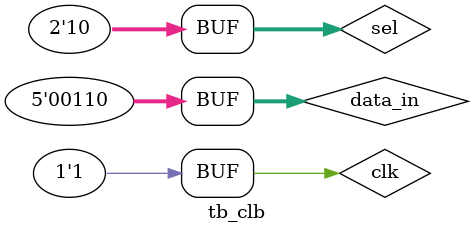
<source format=v>
`timescale 1ns / 1ps


module tb_clb;

	// Inputs
	reg [4:0] data_in;
	reg [1:0] sel;
	reg clk;

	// Outputs
	wire data_out;

	// Instantiate the Unit Under Test (UUT)
	clb uut (
		.data_in(data_in), 
		.sel(sel), 
		.clk(clk), 
		.data_out(data_out)
	);

	initial begin
		// Initialize Inputs
		data_in = 0;
		sel = 0;
		clk = 0;

		#100;
       		data_in = 0;
		sel = 1;
		clk = 1;

		#100;
		data_in = 6;
		sel = 2;
		clk = 0;

		#100;
		clk = 1;

		#100;
	end
      
endmodule


</source>
